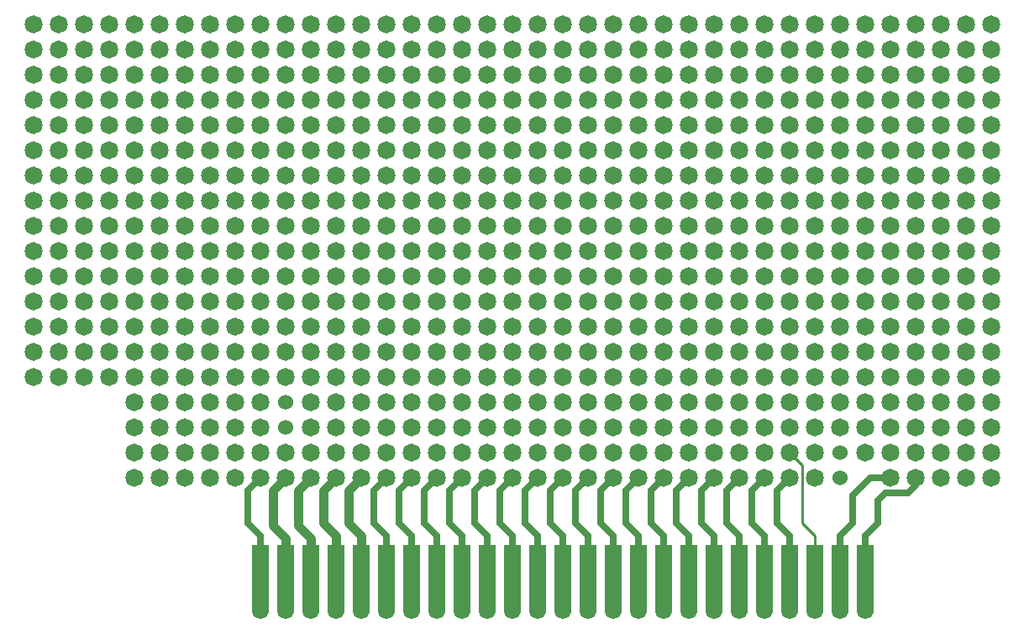
<source format=gbl>
G04 (created by PCBNEW (2013-09-28 BZR 4356)-product) date 12/11/2013 13:19:40*
%MOIN*%
G04 Gerber Fmt 3.4, Leading zero omitted, Abs format*
%FSLAX34Y34*%
G01*
G70*
G90*
G04 APERTURE LIST*
%ADD10C,0.005906*%
%ADD11C,0.071811*%
%ADD12C,0.060000*%
%ADD13O,0.066929X0.281496*%
%ADD14R,0.066929X0.118110*%
%ADD15C,0.035000*%
%ADD16C,0.025000*%
%ADD17C,0.010000*%
G04 APERTURE END LIST*
G54D10*
G54D11*
X32236Y-19000D03*
X30236Y-18000D03*
X32236Y-17000D03*
X31236Y-17000D03*
X30236Y-17000D03*
X30236Y-16000D03*
X31236Y-16000D03*
X32236Y-16000D03*
X33236Y-16000D03*
X34236Y-16000D03*
G54D12*
X11236Y-17000D03*
X11236Y-16000D03*
G54D11*
X11236Y-18000D03*
X12236Y-16000D03*
X12236Y-17000D03*
X12236Y-18000D03*
X10236Y-16000D03*
X10236Y-17000D03*
X10236Y-18000D03*
X13236Y-18000D03*
X13236Y-17000D03*
X13236Y-16000D03*
X14236Y-17000D03*
X14236Y-18000D03*
X14236Y-16000D03*
X26236Y-16000D03*
X25236Y-16000D03*
X29236Y-16000D03*
X29236Y-18000D03*
X29236Y-17000D03*
X28236Y-16000D03*
X27236Y-16000D03*
X28236Y-17000D03*
X27236Y-17000D03*
X28236Y-18000D03*
X27236Y-18000D03*
X26236Y-17000D03*
X25236Y-17000D03*
X26236Y-18000D03*
X25236Y-18000D03*
X16236Y-16000D03*
X15236Y-16000D03*
X19236Y-16000D03*
X19236Y-18000D03*
X19236Y-17000D03*
X18236Y-16000D03*
X17236Y-16000D03*
X18236Y-17000D03*
X17236Y-17000D03*
X18236Y-18000D03*
X17236Y-18000D03*
X16236Y-17000D03*
X15236Y-17000D03*
X16236Y-18000D03*
X15236Y-18000D03*
X21236Y-16000D03*
X20236Y-16000D03*
X24236Y-16000D03*
X24236Y-18000D03*
X24236Y-17000D03*
X23236Y-16000D03*
X22236Y-16000D03*
X23236Y-17000D03*
X22236Y-17000D03*
X23236Y-18000D03*
X22236Y-18000D03*
X21236Y-17000D03*
X20236Y-17000D03*
X21236Y-18000D03*
X20236Y-18000D03*
X6236Y-19000D03*
X7236Y-19000D03*
X8236Y-19000D03*
X9236Y-19000D03*
X8236Y-18000D03*
X9236Y-18000D03*
X8236Y-17000D03*
X9236Y-17000D03*
X6236Y-18000D03*
X7236Y-16000D03*
X6236Y-16000D03*
X6236Y-17000D03*
X7236Y-18000D03*
X7236Y-17000D03*
X9236Y-16000D03*
X8236Y-16000D03*
X5236Y-17000D03*
X5236Y-16000D03*
X5236Y-18000D03*
X5236Y-19000D03*
X5236Y-7000D03*
X5236Y-6000D03*
X3236Y-6000D03*
X4236Y-6000D03*
X2236Y-7000D03*
X2236Y-8000D03*
X1236Y-7000D03*
X1236Y-6000D03*
X2236Y-6000D03*
X1236Y-8000D03*
X5236Y-8000D03*
X5236Y-10000D03*
X5236Y-9000D03*
X4236Y-7000D03*
X3236Y-7000D03*
X4236Y-8000D03*
X3236Y-8000D03*
X4236Y-9000D03*
X3236Y-9000D03*
X4236Y-10000D03*
X3236Y-10000D03*
X2236Y-9000D03*
X1236Y-9000D03*
X2236Y-10000D03*
X1236Y-10000D03*
X1236Y-5000D03*
X2236Y-5000D03*
X1236Y-4000D03*
X2236Y-4000D03*
X3236Y-5000D03*
X4236Y-5000D03*
X3236Y-4000D03*
X4236Y-4000D03*
X3236Y-3000D03*
X4236Y-3000D03*
X3236Y-2000D03*
X4236Y-2000D03*
X5236Y-4000D03*
X5236Y-5000D03*
X5236Y-3000D03*
X1236Y-3000D03*
X2236Y-1000D03*
X1236Y-1000D03*
X1236Y-2000D03*
X2236Y-3000D03*
X2236Y-2000D03*
X4236Y-1000D03*
X3236Y-1000D03*
X5236Y-1000D03*
X5236Y-2000D03*
X1236Y-15000D03*
X2236Y-15000D03*
X1236Y-14000D03*
X2236Y-14000D03*
X3236Y-15000D03*
X4236Y-15000D03*
X3236Y-14000D03*
X4236Y-14000D03*
X3236Y-13000D03*
X4236Y-13000D03*
X3236Y-12000D03*
X4236Y-12000D03*
X5236Y-14000D03*
X5236Y-15000D03*
X5236Y-13000D03*
X1236Y-13000D03*
X2236Y-11000D03*
X1236Y-11000D03*
X1236Y-12000D03*
X2236Y-13000D03*
X2236Y-12000D03*
X4236Y-11000D03*
X3236Y-11000D03*
X5236Y-11000D03*
X5236Y-12000D03*
X8236Y-11000D03*
X9236Y-11000D03*
X7236Y-12000D03*
X7236Y-13000D03*
X6236Y-12000D03*
X6236Y-11000D03*
X7236Y-11000D03*
X6236Y-13000D03*
X9236Y-12000D03*
X8236Y-12000D03*
X9236Y-13000D03*
X8236Y-13000D03*
X9236Y-14000D03*
X8236Y-14000D03*
X9236Y-15000D03*
X8236Y-15000D03*
X7236Y-14000D03*
X6236Y-14000D03*
X7236Y-15000D03*
X6236Y-15000D03*
X8236Y-1000D03*
X9236Y-1000D03*
X7236Y-2000D03*
X7236Y-3000D03*
X6236Y-2000D03*
X6236Y-1000D03*
X7236Y-1000D03*
X6236Y-3000D03*
X9236Y-2000D03*
X8236Y-2000D03*
X9236Y-3000D03*
X8236Y-3000D03*
X9236Y-4000D03*
X8236Y-4000D03*
X9236Y-5000D03*
X8236Y-5000D03*
X7236Y-4000D03*
X6236Y-4000D03*
X7236Y-5000D03*
X6236Y-5000D03*
X6236Y-10000D03*
X7236Y-10000D03*
X6236Y-9000D03*
X7236Y-9000D03*
X8236Y-10000D03*
X9236Y-10000D03*
X8236Y-9000D03*
X9236Y-9000D03*
X8236Y-8000D03*
X9236Y-8000D03*
X8236Y-7000D03*
X9236Y-7000D03*
X6236Y-8000D03*
X7236Y-6000D03*
X6236Y-6000D03*
X6236Y-7000D03*
X7236Y-8000D03*
X7236Y-7000D03*
X9236Y-6000D03*
X8236Y-6000D03*
X20236Y-15000D03*
X21236Y-15000D03*
X20236Y-14000D03*
X21236Y-14000D03*
X22236Y-15000D03*
X23236Y-15000D03*
X22236Y-14000D03*
X23236Y-14000D03*
X22236Y-13000D03*
X23236Y-13000D03*
X22236Y-12000D03*
X23236Y-12000D03*
X24236Y-14000D03*
X24236Y-15000D03*
X24236Y-13000D03*
X20236Y-13000D03*
X21236Y-11000D03*
X20236Y-11000D03*
X20236Y-12000D03*
X21236Y-13000D03*
X21236Y-12000D03*
X23236Y-11000D03*
X22236Y-11000D03*
X24236Y-11000D03*
X24236Y-12000D03*
X19236Y-7000D03*
X19236Y-6000D03*
X17236Y-6000D03*
X18236Y-6000D03*
X16236Y-7000D03*
X16236Y-8000D03*
X15236Y-7000D03*
X15236Y-6000D03*
X16236Y-6000D03*
X15236Y-8000D03*
X19236Y-8000D03*
X19236Y-10000D03*
X19236Y-9000D03*
X18236Y-7000D03*
X17236Y-7000D03*
X18236Y-8000D03*
X17236Y-8000D03*
X18236Y-9000D03*
X17236Y-9000D03*
X18236Y-10000D03*
X17236Y-10000D03*
X16236Y-9000D03*
X15236Y-9000D03*
X16236Y-10000D03*
X15236Y-10000D03*
X20236Y-10000D03*
X21236Y-10000D03*
X20236Y-9000D03*
X21236Y-9000D03*
X22236Y-10000D03*
X23236Y-10000D03*
X22236Y-9000D03*
X23236Y-9000D03*
X22236Y-8000D03*
X23236Y-8000D03*
X22236Y-7000D03*
X23236Y-7000D03*
X24236Y-9000D03*
X24236Y-10000D03*
X24236Y-8000D03*
X20236Y-8000D03*
X21236Y-6000D03*
X20236Y-6000D03*
X20236Y-7000D03*
X21236Y-8000D03*
X21236Y-7000D03*
X23236Y-6000D03*
X22236Y-6000D03*
X24236Y-6000D03*
X24236Y-7000D03*
X24236Y-2000D03*
X24236Y-1000D03*
X22236Y-1000D03*
X23236Y-1000D03*
X21236Y-2000D03*
X21236Y-3000D03*
X20236Y-2000D03*
X20236Y-1000D03*
X21236Y-1000D03*
X20236Y-3000D03*
X24236Y-3000D03*
X24236Y-5000D03*
X24236Y-4000D03*
X23236Y-2000D03*
X22236Y-2000D03*
X23236Y-3000D03*
X22236Y-3000D03*
X23236Y-4000D03*
X22236Y-4000D03*
X23236Y-5000D03*
X22236Y-5000D03*
X21236Y-4000D03*
X20236Y-4000D03*
X21236Y-5000D03*
X20236Y-5000D03*
X15236Y-5000D03*
X16236Y-5000D03*
X15236Y-4000D03*
X16236Y-4000D03*
X17236Y-5000D03*
X18236Y-5000D03*
X17236Y-4000D03*
X18236Y-4000D03*
X17236Y-3000D03*
X18236Y-3000D03*
X17236Y-2000D03*
X18236Y-2000D03*
X19236Y-4000D03*
X19236Y-5000D03*
X19236Y-3000D03*
X15236Y-3000D03*
X16236Y-1000D03*
X15236Y-1000D03*
X15236Y-2000D03*
X16236Y-3000D03*
X16236Y-2000D03*
X18236Y-1000D03*
X17236Y-1000D03*
X19236Y-1000D03*
X19236Y-2000D03*
X15236Y-15000D03*
X16236Y-15000D03*
X15236Y-14000D03*
X16236Y-14000D03*
X17236Y-15000D03*
X18236Y-15000D03*
X17236Y-14000D03*
X18236Y-14000D03*
X17236Y-13000D03*
X18236Y-13000D03*
X17236Y-12000D03*
X18236Y-12000D03*
X19236Y-14000D03*
X19236Y-15000D03*
X19236Y-13000D03*
X15236Y-13000D03*
X16236Y-11000D03*
X15236Y-11000D03*
X15236Y-12000D03*
X16236Y-13000D03*
X16236Y-12000D03*
X18236Y-11000D03*
X17236Y-11000D03*
X19236Y-11000D03*
X19236Y-12000D03*
X14236Y-12000D03*
X14236Y-11000D03*
X12236Y-11000D03*
X13236Y-11000D03*
X11236Y-12000D03*
X11236Y-13000D03*
X10236Y-12000D03*
X10236Y-11000D03*
X11236Y-11000D03*
X10236Y-13000D03*
X14236Y-13000D03*
X14236Y-15000D03*
X14236Y-14000D03*
X13236Y-12000D03*
X12236Y-12000D03*
X13236Y-13000D03*
X12236Y-13000D03*
X13236Y-14000D03*
X12236Y-14000D03*
X13236Y-15000D03*
X12236Y-15000D03*
X11236Y-14000D03*
X10236Y-14000D03*
X11236Y-15000D03*
X10236Y-15000D03*
X14236Y-2000D03*
X14236Y-1000D03*
X12236Y-1000D03*
X13236Y-1000D03*
X11236Y-2000D03*
X11236Y-3000D03*
X10236Y-2000D03*
X10236Y-1000D03*
X11236Y-1000D03*
X10236Y-3000D03*
X14236Y-3000D03*
X14236Y-5000D03*
X14236Y-4000D03*
X13236Y-2000D03*
X12236Y-2000D03*
X13236Y-3000D03*
X12236Y-3000D03*
X13236Y-4000D03*
X12236Y-4000D03*
X13236Y-5000D03*
X12236Y-5000D03*
X11236Y-4000D03*
X10236Y-4000D03*
X11236Y-5000D03*
X10236Y-5000D03*
X10236Y-10000D03*
X11236Y-10000D03*
X10236Y-9000D03*
X11236Y-9000D03*
X12236Y-10000D03*
X13236Y-10000D03*
X12236Y-9000D03*
X13236Y-9000D03*
X12236Y-8000D03*
X13236Y-8000D03*
X12236Y-7000D03*
X13236Y-7000D03*
X14236Y-9000D03*
X14236Y-10000D03*
X14236Y-8000D03*
X10236Y-8000D03*
X11236Y-6000D03*
X10236Y-6000D03*
X10236Y-7000D03*
X11236Y-8000D03*
X11236Y-7000D03*
X13236Y-6000D03*
X12236Y-6000D03*
X14236Y-6000D03*
X14236Y-7000D03*
X29236Y-7000D03*
X29236Y-6000D03*
X27236Y-6000D03*
X28236Y-6000D03*
X26236Y-7000D03*
X26236Y-8000D03*
X25236Y-7000D03*
X25236Y-6000D03*
X26236Y-6000D03*
X25236Y-8000D03*
X29236Y-8000D03*
X29236Y-10000D03*
X29236Y-9000D03*
X28236Y-7000D03*
X27236Y-7000D03*
X28236Y-8000D03*
X27236Y-8000D03*
X28236Y-9000D03*
X27236Y-9000D03*
X28236Y-10000D03*
X27236Y-10000D03*
X26236Y-9000D03*
X25236Y-9000D03*
X26236Y-10000D03*
X25236Y-10000D03*
X25236Y-5000D03*
X26236Y-5000D03*
X25236Y-4000D03*
X26236Y-4000D03*
X27236Y-5000D03*
X28236Y-5000D03*
X27236Y-4000D03*
X28236Y-4000D03*
X27236Y-3000D03*
X28236Y-3000D03*
X27236Y-2000D03*
X28236Y-2000D03*
X29236Y-4000D03*
X29236Y-5000D03*
X29236Y-3000D03*
X25236Y-3000D03*
X26236Y-1000D03*
X25236Y-1000D03*
X25236Y-2000D03*
X26236Y-3000D03*
X26236Y-2000D03*
X28236Y-1000D03*
X27236Y-1000D03*
X29236Y-1000D03*
X29236Y-2000D03*
X25236Y-15000D03*
X26236Y-15000D03*
X25236Y-14000D03*
X26236Y-14000D03*
X27236Y-15000D03*
X28236Y-15000D03*
X27236Y-14000D03*
X28236Y-14000D03*
X27236Y-13000D03*
X28236Y-13000D03*
X27236Y-12000D03*
X28236Y-12000D03*
X29236Y-14000D03*
X29236Y-15000D03*
X29236Y-13000D03*
X25236Y-13000D03*
X26236Y-11000D03*
X25236Y-11000D03*
X25236Y-12000D03*
X26236Y-13000D03*
X26236Y-12000D03*
X28236Y-11000D03*
X27236Y-11000D03*
X29236Y-11000D03*
X29236Y-12000D03*
X34236Y-12000D03*
X34236Y-11000D03*
X32236Y-11000D03*
X33236Y-11000D03*
X31236Y-12000D03*
X31236Y-13000D03*
X30236Y-12000D03*
X30236Y-11000D03*
X31236Y-11000D03*
X30236Y-13000D03*
X34236Y-13000D03*
X34236Y-15000D03*
X34236Y-14000D03*
X33236Y-12000D03*
X32236Y-12000D03*
X33236Y-13000D03*
X32236Y-13000D03*
X33236Y-14000D03*
X32236Y-14000D03*
X33236Y-15000D03*
X32236Y-15000D03*
X31236Y-14000D03*
X30236Y-14000D03*
X31236Y-15000D03*
X30236Y-15000D03*
X34236Y-2000D03*
X34236Y-1000D03*
X32236Y-1000D03*
X33236Y-1000D03*
X31236Y-2000D03*
X31236Y-3000D03*
X30236Y-2000D03*
X30236Y-1000D03*
X31236Y-1000D03*
X30236Y-3000D03*
X34236Y-3000D03*
X34236Y-5000D03*
X34236Y-4000D03*
X33236Y-2000D03*
X32236Y-2000D03*
X33236Y-3000D03*
X32236Y-3000D03*
X33236Y-4000D03*
X32236Y-4000D03*
X33236Y-5000D03*
X32236Y-5000D03*
X31236Y-4000D03*
X30236Y-4000D03*
X31236Y-5000D03*
X30236Y-5000D03*
X35236Y-5000D03*
X36236Y-5000D03*
X35236Y-4000D03*
X36236Y-4000D03*
X37236Y-5000D03*
X38236Y-5000D03*
X37236Y-4000D03*
X38236Y-4000D03*
X37236Y-3000D03*
X38236Y-3000D03*
X37236Y-2000D03*
X38236Y-2000D03*
X39236Y-4000D03*
X39236Y-5000D03*
X39236Y-3000D03*
X35236Y-3000D03*
X36236Y-1000D03*
X35236Y-1000D03*
X35236Y-2000D03*
X36236Y-3000D03*
X36236Y-2000D03*
X38236Y-1000D03*
X37236Y-1000D03*
X39236Y-1000D03*
X39236Y-2000D03*
X39236Y-7000D03*
X39236Y-6000D03*
X37236Y-6000D03*
X38236Y-6000D03*
X36236Y-7000D03*
X36236Y-8000D03*
X35236Y-7000D03*
X35236Y-6000D03*
X36236Y-6000D03*
X35236Y-8000D03*
X39236Y-8000D03*
X39236Y-10000D03*
X39236Y-9000D03*
X38236Y-7000D03*
X37236Y-7000D03*
X38236Y-8000D03*
X37236Y-8000D03*
X38236Y-9000D03*
X37236Y-9000D03*
X38236Y-10000D03*
X37236Y-10000D03*
X36236Y-9000D03*
X35236Y-9000D03*
X36236Y-10000D03*
X35236Y-10000D03*
X30236Y-10000D03*
X31236Y-10000D03*
X30236Y-9000D03*
X31236Y-9000D03*
X32236Y-10000D03*
X33236Y-10000D03*
X32236Y-9000D03*
X33236Y-9000D03*
X32236Y-8000D03*
X33236Y-8000D03*
X32236Y-7000D03*
X33236Y-7000D03*
X34236Y-9000D03*
X34236Y-10000D03*
X34236Y-8000D03*
X30236Y-8000D03*
X31236Y-6000D03*
X30236Y-6000D03*
X30236Y-7000D03*
X31236Y-8000D03*
X31236Y-7000D03*
X33236Y-6000D03*
X32236Y-6000D03*
X34236Y-6000D03*
X34236Y-7000D03*
X39236Y-12000D03*
X39236Y-11000D03*
X37236Y-11000D03*
X38236Y-11000D03*
X36236Y-12000D03*
X36236Y-13000D03*
X35236Y-12000D03*
X35236Y-11000D03*
X36236Y-11000D03*
X35236Y-13000D03*
X39236Y-13000D03*
X39236Y-15000D03*
X39236Y-14000D03*
X38236Y-12000D03*
X37236Y-12000D03*
X38236Y-13000D03*
X37236Y-13000D03*
X38236Y-14000D03*
X37236Y-14000D03*
X38236Y-15000D03*
X37236Y-15000D03*
X36236Y-14000D03*
X35236Y-14000D03*
X36236Y-15000D03*
X35236Y-15000D03*
X39236Y-16000D03*
X38236Y-16000D03*
X32236Y-18000D03*
G54D12*
X33236Y-19000D03*
X33236Y-18000D03*
G54D11*
X10236Y-19000D03*
X11236Y-19000D03*
X12236Y-19000D03*
X13236Y-19000D03*
X14236Y-19000D03*
X15236Y-19000D03*
X16236Y-19000D03*
X17236Y-19000D03*
X18236Y-19000D03*
X19236Y-19000D03*
X20236Y-19000D03*
X21236Y-19000D03*
X22236Y-19000D03*
X23236Y-19000D03*
X24236Y-19000D03*
X25236Y-19000D03*
X26236Y-19000D03*
X27236Y-19000D03*
X28236Y-19000D03*
X29236Y-19000D03*
X30236Y-19000D03*
X31236Y-19000D03*
X31236Y-18000D03*
X35236Y-19000D03*
X36236Y-19000D03*
G54D13*
X34236Y-23196D03*
X33236Y-23196D03*
X32236Y-23196D03*
X31236Y-23196D03*
X30236Y-23196D03*
X29236Y-23196D03*
X28236Y-23196D03*
X27236Y-23196D03*
X26236Y-23196D03*
X25236Y-23196D03*
X24236Y-23196D03*
X23236Y-23196D03*
X22236Y-23196D03*
X21236Y-23196D03*
X10236Y-23196D03*
X20236Y-23196D03*
X19236Y-23196D03*
X18236Y-23196D03*
X17236Y-23196D03*
X16236Y-23196D03*
X15236Y-23196D03*
X14236Y-23196D03*
X13236Y-23196D03*
X11236Y-23196D03*
G54D14*
X13236Y-22251D03*
X11236Y-22251D03*
X10236Y-22251D03*
X34236Y-22251D03*
X33236Y-22251D03*
X32236Y-22251D03*
X31236Y-22251D03*
X30236Y-22251D03*
X29236Y-22251D03*
X28236Y-22251D03*
X27236Y-22251D03*
X26236Y-22251D03*
X25236Y-22251D03*
X24236Y-22251D03*
X23236Y-22251D03*
X22236Y-22251D03*
X21236Y-22251D03*
X20236Y-22251D03*
X19236Y-22251D03*
X18236Y-22251D03*
X17236Y-22251D03*
X16236Y-22251D03*
X15236Y-22251D03*
X14236Y-22251D03*
X12236Y-22251D03*
G54D13*
X12236Y-23196D03*
G54D11*
X35236Y-18000D03*
X36236Y-16000D03*
X37236Y-18000D03*
X38236Y-18000D03*
X39236Y-18000D03*
X39236Y-19000D03*
X38236Y-19000D03*
X37236Y-19000D03*
X34236Y-18000D03*
X33236Y-17000D03*
X34236Y-17000D03*
X35236Y-16000D03*
X35236Y-17000D03*
X37236Y-16000D03*
X36236Y-18000D03*
X37236Y-17000D03*
X36236Y-17000D03*
X38236Y-17000D03*
X39236Y-17000D03*
G54D15*
X12236Y-21400D02*
X11736Y-20900D01*
X11736Y-19500D02*
X12236Y-19000D01*
X11736Y-20900D02*
X11736Y-19500D01*
X12236Y-22251D02*
X12236Y-21400D01*
X11236Y-21400D02*
X10736Y-20900D01*
X11236Y-22251D02*
X11236Y-21400D01*
X10736Y-20900D02*
X10736Y-19500D01*
X10736Y-19500D02*
X11236Y-19000D01*
G54D16*
X35636Y-19600D02*
X35936Y-19600D01*
X36236Y-19300D02*
X36236Y-19000D01*
X35936Y-19600D02*
X36236Y-19300D01*
X34936Y-19700D02*
X35036Y-19600D01*
X35036Y-19600D02*
X35636Y-19600D01*
X34736Y-19900D02*
X34936Y-19700D01*
X34236Y-21300D02*
X34736Y-20800D01*
X34236Y-22251D02*
X34236Y-21300D01*
X34736Y-20800D02*
X34736Y-19900D01*
X33936Y-19500D02*
X34436Y-19000D01*
X34436Y-19000D02*
X35236Y-19000D01*
X33736Y-19700D02*
X33936Y-19500D01*
X33236Y-21300D02*
X33736Y-20800D01*
X33236Y-22251D02*
X33236Y-21300D01*
X33736Y-20800D02*
X33736Y-19700D01*
X29236Y-21300D02*
X28736Y-20800D01*
X28736Y-19500D02*
X29236Y-19000D01*
X28736Y-20800D02*
X28736Y-19500D01*
X29236Y-22251D02*
X29236Y-21300D01*
X30236Y-21300D02*
X29736Y-20800D01*
X29736Y-19500D02*
X30236Y-19000D01*
X29736Y-20800D02*
X29736Y-19500D01*
X30236Y-22251D02*
X30236Y-21300D01*
X27236Y-21300D02*
X26736Y-20800D01*
X26736Y-19500D02*
X27236Y-19000D01*
X26736Y-20800D02*
X26736Y-19500D01*
X27236Y-22251D02*
X27236Y-21300D01*
X31236Y-21300D02*
X30736Y-20800D01*
X31236Y-22251D02*
X31236Y-21300D01*
X30736Y-20800D02*
X30736Y-19500D01*
X30736Y-19500D02*
X31236Y-19000D01*
X28236Y-21300D02*
X27736Y-20800D01*
X27736Y-19500D02*
X28236Y-19000D01*
X27736Y-20800D02*
X27736Y-19500D01*
X28236Y-21300D02*
X28236Y-22251D01*
X21236Y-21300D02*
X20736Y-20800D01*
X20736Y-19500D02*
X21236Y-19000D01*
X20736Y-20800D02*
X20736Y-19500D01*
X21236Y-22251D02*
X21236Y-21300D01*
X25236Y-21300D02*
X24736Y-20800D01*
X24736Y-19500D02*
X25236Y-19000D01*
X24736Y-20800D02*
X24736Y-19500D01*
X25236Y-21300D02*
X25236Y-22251D01*
X23236Y-21300D02*
X22736Y-20800D01*
X23236Y-21300D02*
X23236Y-22251D01*
X22736Y-20800D02*
X22736Y-19500D01*
X22736Y-19500D02*
X23236Y-19000D01*
X22236Y-21300D02*
X21736Y-20800D01*
X21736Y-19500D02*
X22236Y-19000D01*
X21736Y-20800D02*
X21736Y-19500D01*
X22236Y-21300D02*
X22236Y-22251D01*
X20236Y-21300D02*
X19736Y-20800D01*
X19736Y-19500D02*
X20236Y-19000D01*
X19736Y-20800D02*
X19736Y-19500D01*
X20236Y-21300D02*
X20236Y-22251D01*
X19236Y-21300D02*
X18736Y-20800D01*
X18736Y-19500D02*
X19236Y-19000D01*
X18736Y-20800D02*
X18736Y-19500D01*
X19236Y-22251D02*
X19236Y-21300D01*
X24236Y-21300D02*
X23736Y-20800D01*
X23736Y-19500D02*
X24236Y-19000D01*
X23736Y-20800D02*
X23736Y-19500D01*
X24236Y-22251D02*
X24236Y-21300D01*
X26236Y-21300D02*
X25736Y-20800D01*
X25736Y-19500D02*
X26236Y-19000D01*
X25736Y-20800D02*
X25736Y-19500D01*
X26236Y-22251D02*
X26236Y-21300D01*
X18236Y-21300D02*
X17736Y-20800D01*
X17736Y-19500D02*
X18236Y-19000D01*
X17736Y-20800D02*
X17736Y-19500D01*
X18236Y-21300D02*
X18236Y-22251D01*
X17236Y-21300D02*
X16736Y-20800D01*
X16736Y-19500D02*
X17236Y-19000D01*
X16736Y-20800D02*
X16736Y-19500D01*
X17236Y-22251D02*
X17236Y-21300D01*
X16236Y-21300D02*
X15736Y-20800D01*
X15736Y-19500D02*
X16236Y-19000D01*
X15736Y-20800D02*
X15736Y-19500D01*
X16236Y-22251D02*
X16236Y-21300D01*
X15236Y-21300D02*
X14736Y-20800D01*
X14736Y-19500D02*
X15236Y-19000D01*
X14736Y-20800D02*
X14736Y-19500D01*
X15236Y-22251D02*
X15236Y-21300D01*
G54D15*
X14236Y-21300D02*
X13736Y-20800D01*
X14236Y-22251D02*
X14236Y-21300D01*
X13736Y-20800D02*
X13736Y-19500D01*
X13736Y-19500D02*
X14236Y-19000D01*
X13236Y-21300D02*
X12736Y-20800D01*
X12736Y-19500D02*
X13236Y-19000D01*
X12736Y-20800D02*
X12736Y-19500D01*
X13236Y-22251D02*
X13236Y-21300D01*
G54D17*
X32236Y-21300D02*
X31736Y-20800D01*
X32236Y-21300D02*
X32236Y-22251D01*
X31736Y-18500D02*
X31236Y-18000D01*
X31736Y-18700D02*
X31736Y-18500D01*
X31736Y-19000D02*
X31736Y-18700D01*
X31736Y-20800D02*
X31736Y-19000D01*
G54D16*
X10236Y-21300D02*
X9736Y-20800D01*
X10236Y-22251D02*
X10236Y-21300D01*
X9736Y-20800D02*
X9736Y-19500D01*
X9736Y-19500D02*
X10236Y-19000D01*
M02*

</source>
